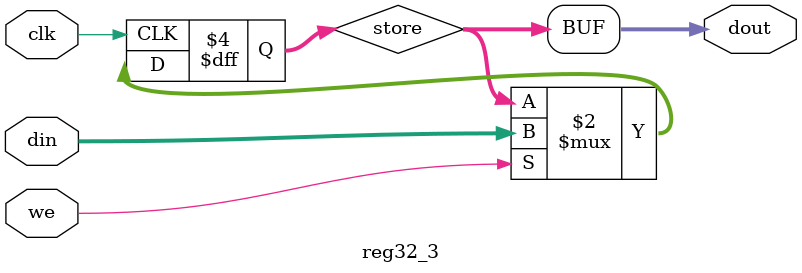
<source format=v>
module reg32_3 (clk,we, din, dout);
parameter WIDTH=32;
input			we;
input			clk;
input [WIDTH-1:0]	din;
output [WIDTH-1:0]	dout;
reg [WIDTH-1:0] store;
always @(posedge clk)
  if(we)
    store <= din;
assign dout = store ;
endmodule
</source>
